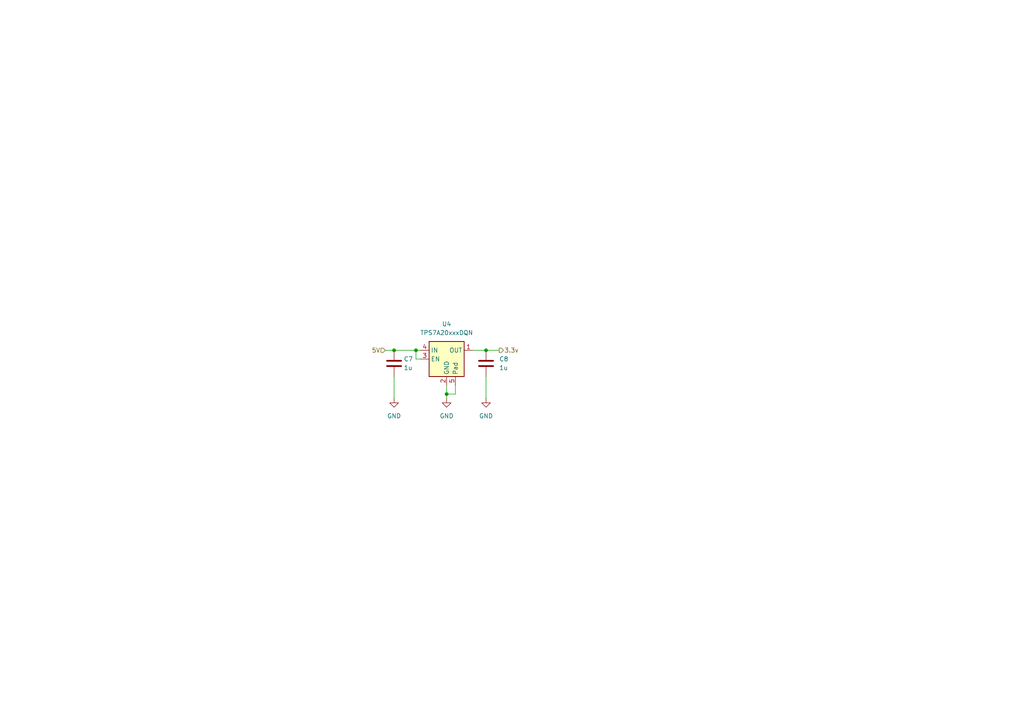
<source format=kicad_sch>
(kicad_sch (version 20250114) (generator "eeschema") (generator_version "9.0")
  (paper "A4")
  (lib_symbols
    (symbol "Device:C" (pin_numbers (hide yes)) (pin_names (offset 0.254))
      (property "Reference" "C" (at 0.635 2.54 0))
      (property "Value" "C" (at 0.635 -2.54 0))
      (symbol "C_0_1"
        (polyline (pts (xy -2.032 0.762) (xy 2.032 0.762)) (stroke (width 0.508)))
        (polyline (pts (xy -2.032 -0.762) (xy 2.032 -0.762)) (stroke (width 0.508)))
      )
      (symbol "C_1_1"
        (pin passive line (at 0 3.81 270) (length 2.794) (name "~") (number "1"))
        (pin passive line (at 0 -3.81 90) (length 2.794) (name "~") (number "2"))
      )
    )
    (symbol "Regulator_Linear:TPS7A20xxxDQN"
      (property "Reference" "U" (at -3.81 6.35 0))
      (property "Value" "TPS7A20xxxDQN" (at 6.35 6.35 0))
      (symbol "TPS7A20xxxDQN_0_1"
        (rectangle (start -5.08 5.08) (end 5.08 -5.08) (stroke (width 0.254)) (fill (type background)))
        (pin power_in line (at -7.62 2.54 0) (length 2.54) (name "IN") (number "4"))
        (pin input line (at -7.62 0 0) (length 2.54) (name "EN") (number "3"))
        (pin power_in line (at 0 -7.62 90) (length 2.54) (name "GND") (number "2"))
        (pin power_out line (at 7.62 2.54 180) (length 2.54) (name "OUT") (number "1"))
      )
      (symbol "TPS7A20xxxDQN_1_1"
        (pin passive line (at 2.54 -7.62 90) (length 2.54) (name "Pad") (number "5"))
      )
    )
    (symbol "power:GND" (power) (pin_numbers (hide yes)) (pin_names (offset 0) (hide yes))
      (property "Value" "GND" (at 0 -3.81 0))
      (symbol "GND_0_1"
        (polyline (pts (xy 0 0) (xy 0 -1.27) (xy 1.27 -1.27) (xy 0 -2.54) (xy -1.27 -1.27) (xy 0 -1.27)))
      )
      (symbol "GND_1_1"
        (pin power_in line (at 0 0 270) (length 0) (name "~") (number "1"))
      )
    )
  )
  (junction (at 114.3 101.6))
  (junction (at 129.54 114.3))
  (junction (at 140.97 101.6))
  (junction (at 120.65 101.6))
  (wire (pts (xy 114.3 115.57) (xy 114.3 109.22)))
  (wire (pts (xy 129.54 115.57) (xy 129.54 114.3)))
  (wire (pts (xy 129.54 114.3) (xy 132.08 114.3)))
  (wire (pts (xy 120.65 101.6) (xy 121.92 101.6)))
  (wire (pts (xy 132.08 114.3) (xy 132.08 111.76)))
  (wire (pts (xy 111.76 101.6) (xy 114.3 101.6)))
  (wire (pts (xy 120.65 101.6) (xy 120.65 104.14)))
  (wire (pts (xy 137.16 101.6) (xy 140.97 101.6)))
  (wire (pts (xy 129.54 114.3) (xy 129.54 111.76)))
  (wire (pts (xy 140.97 101.6) (xy 144.78 101.6)))
  (wire (pts (xy 114.3 101.6) (xy 120.65 101.6)))
  (wire (pts (xy 140.97 109.22) (xy 140.97 115.57)))
  (wire (pts (xy 120.65 104.14) (xy 121.92 104.14)))
  (hierarchical_label "5V" (shape input) (at 111.76 101.6 180))
  (hierarchical_label "3.3v" (shape output) (at 144.78 101.6 0))
  (symbol (lib_id "Device:C") (at 114.3 105.41 0) (unit 1)
    (property "Reference" "C7" (at 117.094 104.14 0) (effects (justify left)))
    (property "Value" "1u" (at 117.094 106.68 0) (effects (justify left)))
    (property "Description" "Unpolarized capacitor" (effects (hide yes)))
  )
  (symbol (lib_id "Device:C") (at 140.97 105.41 0) (unit 1)
    (property "Reference" "C8" (at 144.78 104.1399 0) (effects (justify left)))
    (property "Value" "1u" (at 144.78 106.6799 0) (effects (justify left)))
    (property "Description" "Unpolarized capacitor" (effects (hide yes)))
  )
  (symbol (lib_id "power:GND") (at 114.3 115.57 0) (unit 1)
    (property "Reference" "#PWR08" (effects (hide yes)))
    (property "Value" "GND" (at 114.3 120.65 0))
    (property "Description" "Power symbol creates a global label with name \"GND\" , ground" (effects (hide yes)))
  )
  (symbol (lib_id "Regulator_Linear:TPS7A20xxxDQN") (at 129.54 104.14 0) (unit 1)
    (property "Reference" "U4" (at 129.54 93.98 0))
    (property "Value" "TPS7A20xxxDQN" (at 129.54 96.52 0))
    (property "Footprint" "Package_SON:Texas_X2SON-4_1x1mm_P0.65mm" (effects (hide yes)))
    (property "Datasheet" "https://www.ti.com/lit/ds/symlink/tps7a20.pdf" (effects (hide yes)))
    (property "Description" "300 mA Low Dropout Voltage Regulator, Fixed Output, 1.6..6.0Vin, Low-Noise (7μV RMS), 6.5μA IQ LDO, X2SON-5" (effects (hide yes)))
  )
  (symbol (lib_id "power:GND") (at 140.97 115.57 0) (unit 1)
    (property "Reference" "#PWR09" (effects (hide yes)))
    (property "Value" "GND" (at 140.97 120.65 0))
    (property "Description" "Power symbol creates a global label with name \"GND\" , ground" (effects (hide yes)))
  )
  (symbol (lib_id "power:GND") (at 129.54 115.57 0) (unit 1)
    (property "Reference" "#PWR03" (effects (hide yes)))
    (property "Value" "GND" (at 129.54 120.65 0))
    (property "Description" "Power symbol creates a global label with name \"GND\" , ground" (effects (hide yes)))
  )
)
</source>
